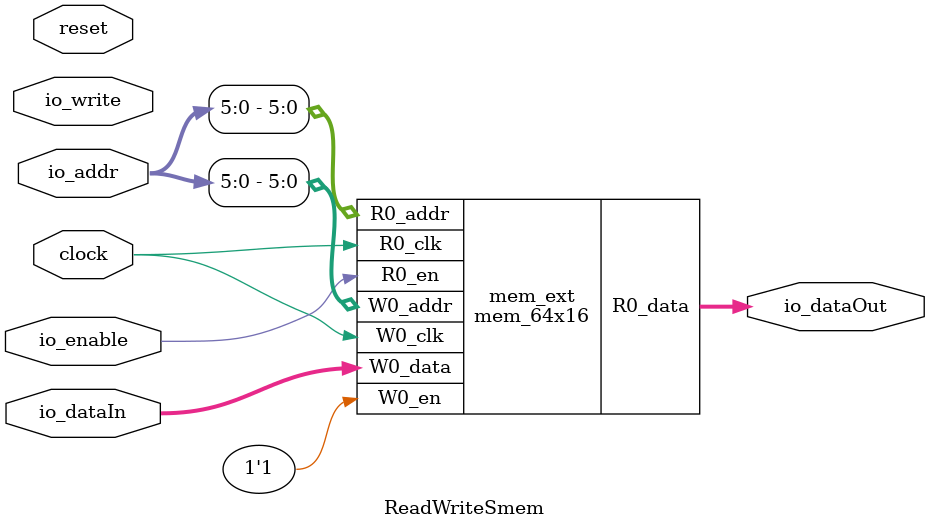
<source format=v>
module mem_64x16(
  input  [5:0]  R0_addr,
  input         R0_en,
                R0_clk,
  input  [5:0]  W0_addr,
  input         W0_en,
                W0_clk,
  input  [15:0] W0_data,
  output [15:0] R0_data
);

  reg [15:0] Memory[0:63];
  reg        _R0_en_d0;
  reg [5:0]  _R0_addr_d0;
  always @(posedge R0_clk) begin
    _R0_en_d0 <= R0_en;
    _R0_addr_d0 <= R0_addr;
  end // always @(posedge)
  always @(posedge W0_clk) begin
    if (W0_en)
      Memory[W0_addr] <= W0_data;
  end // always @(posedge)
  assign R0_data = _R0_en_d0 ? Memory[_R0_addr_d0] : 16'bx;
endmodule

module ReadWriteSmem(
  input         clock,
                reset,
                io_enable,
                io_write,
  input  [9:0]  io_addr,
  input  [15:0] io_dataIn,
  output [15:0] io_dataOut
);

  mem_64x16 mem_ext (
    .R0_addr (io_addr[5:0]),
    .R0_en   (io_enable),
    .R0_clk  (clock),
    .W0_addr (io_addr[5:0]),
    .W0_en   (1'h1),
    .W0_clk  (clock),
    .W0_data (io_dataIn),
    .R0_data (io_dataOut)
  );
endmodule


</source>
